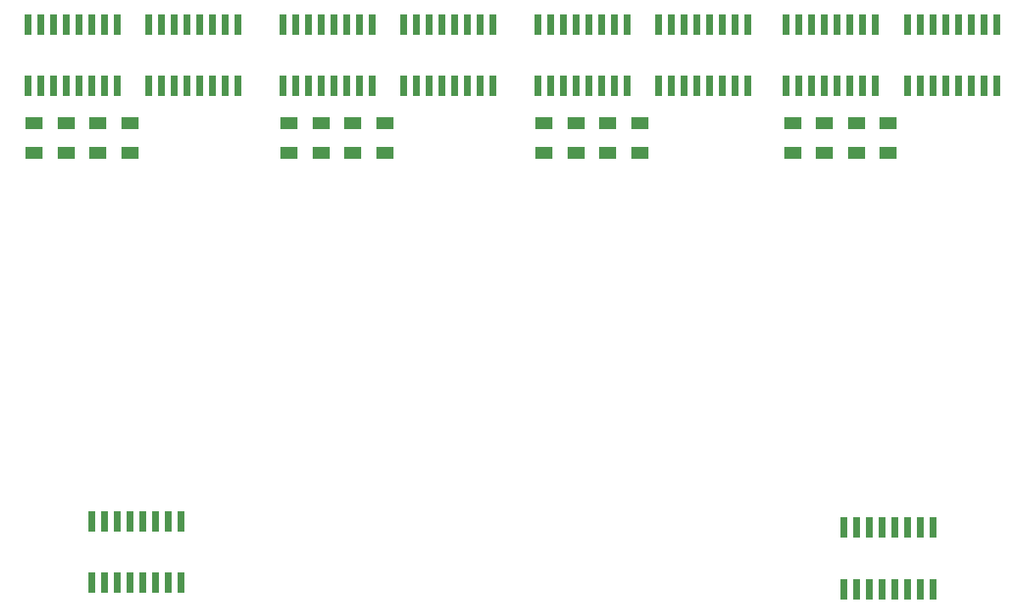
<source format=gbr>
G04 EAGLE Gerber RS-274X export*
G75*
%MOMM*%
%FSLAX34Y34*%
%LPD*%
%INSolderpaste Bottom*%
%IPPOS*%
%AMOC8*
5,1,8,0,0,1.08239X$1,22.5*%
G01*
%ADD10R,0.660400X2.032000*%
%ADD11R,1.815300X1.164600*%


D10*
X920750Y159766D03*
X920750Y221234D03*
X908050Y159766D03*
X895350Y159766D03*
X908050Y221234D03*
X895350Y221234D03*
X882650Y159766D03*
X882650Y221234D03*
X869950Y159766D03*
X869950Y221234D03*
X857250Y159766D03*
X844550Y159766D03*
X857250Y221234D03*
X844550Y221234D03*
X831850Y159766D03*
X831850Y221234D03*
D11*
X876300Y594846D03*
X876300Y624354D03*
X844550Y594846D03*
X844550Y624354D03*
X812800Y594846D03*
X812800Y624354D03*
X781050Y594846D03*
X781050Y624354D03*
X628650Y594846D03*
X628650Y624354D03*
X596900Y594846D03*
X596900Y624354D03*
X565150Y594846D03*
X565150Y624354D03*
X533400Y594846D03*
X533400Y624354D03*
X374650Y594846D03*
X374650Y624354D03*
X342900Y594846D03*
X342900Y624354D03*
X311150Y594846D03*
X311150Y624354D03*
X279400Y594846D03*
X279400Y624354D03*
D10*
X984250Y661416D03*
X984250Y722884D03*
X971550Y661416D03*
X958850Y661416D03*
X971550Y722884D03*
X958850Y722884D03*
X946150Y661416D03*
X946150Y722884D03*
X933450Y661416D03*
X933450Y722884D03*
X920750Y661416D03*
X908050Y661416D03*
X920750Y722884D03*
X908050Y722884D03*
X895350Y661416D03*
X895350Y722884D03*
X863600Y661416D03*
X863600Y722884D03*
X850900Y661416D03*
X838200Y661416D03*
X850900Y722884D03*
X838200Y722884D03*
X825500Y661416D03*
X825500Y722884D03*
X812800Y661416D03*
X812800Y722884D03*
X800100Y661416D03*
X787400Y661416D03*
X800100Y722884D03*
X787400Y722884D03*
X774700Y661416D03*
X774700Y722884D03*
X736600Y661416D03*
X736600Y722884D03*
X723900Y661416D03*
X711200Y661416D03*
X723900Y722884D03*
X711200Y722884D03*
X698500Y661416D03*
X698500Y722884D03*
X685800Y661416D03*
X685800Y722884D03*
X673100Y661416D03*
X660400Y661416D03*
X673100Y722884D03*
X660400Y722884D03*
X647700Y661416D03*
X647700Y722884D03*
X615950Y661416D03*
X615950Y722884D03*
X603250Y661416D03*
X590550Y661416D03*
X603250Y722884D03*
X590550Y722884D03*
X577850Y661416D03*
X577850Y722884D03*
X565150Y661416D03*
X565150Y722884D03*
X552450Y661416D03*
X539750Y661416D03*
X552450Y722884D03*
X539750Y722884D03*
X527050Y661416D03*
X527050Y722884D03*
X482600Y661416D03*
X482600Y722884D03*
X469900Y661416D03*
X457200Y661416D03*
X469900Y722884D03*
X457200Y722884D03*
X444500Y661416D03*
X444500Y722884D03*
X431800Y661416D03*
X431800Y722884D03*
X419100Y661416D03*
X406400Y661416D03*
X419100Y722884D03*
X406400Y722884D03*
X393700Y661416D03*
X393700Y722884D03*
X361950Y661416D03*
X361950Y722884D03*
X349250Y661416D03*
X336550Y661416D03*
X349250Y722884D03*
X336550Y722884D03*
X323850Y661416D03*
X323850Y722884D03*
X311150Y661416D03*
X311150Y722884D03*
X298450Y661416D03*
X285750Y661416D03*
X298450Y722884D03*
X285750Y722884D03*
X273050Y661416D03*
X273050Y722884D03*
X228600Y661416D03*
X228600Y722884D03*
X215900Y661416D03*
X203200Y661416D03*
X215900Y722884D03*
X203200Y722884D03*
X190500Y661416D03*
X190500Y722884D03*
X177800Y661416D03*
X177800Y722884D03*
X165100Y661416D03*
X152400Y661416D03*
X165100Y722884D03*
X152400Y722884D03*
X139700Y661416D03*
X139700Y722884D03*
X107950Y661416D03*
X107950Y722884D03*
X95250Y661416D03*
X82550Y661416D03*
X95250Y722884D03*
X82550Y722884D03*
X69850Y661416D03*
X69850Y722884D03*
X57150Y661416D03*
X57150Y722884D03*
X44450Y661416D03*
X31750Y661416D03*
X44450Y722884D03*
X31750Y722884D03*
X19050Y661416D03*
X19050Y722884D03*
D11*
X120650Y594846D03*
X120650Y624354D03*
X88900Y594846D03*
X88900Y624354D03*
X57150Y594846D03*
X57150Y624354D03*
X25400Y594846D03*
X25400Y624354D03*
D10*
X82550Y227584D03*
X82550Y166116D03*
X95250Y227584D03*
X107950Y227584D03*
X95250Y166116D03*
X107950Y166116D03*
X120650Y227584D03*
X120650Y166116D03*
X133350Y227584D03*
X133350Y166116D03*
X146050Y227584D03*
X158750Y227584D03*
X146050Y166116D03*
X158750Y166116D03*
X171450Y227584D03*
X171450Y166116D03*
M02*

</source>
